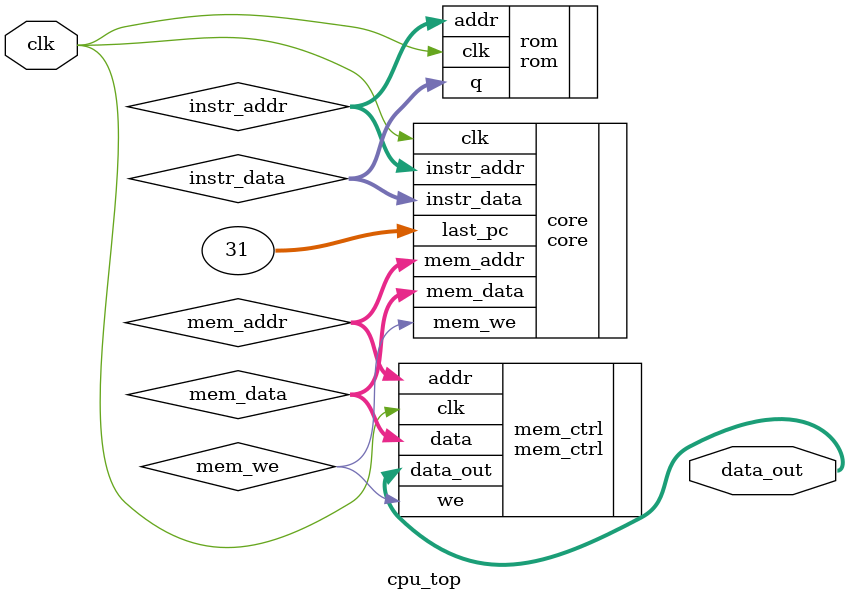
<source format=v>
module cpu_top(
    input clk,

    output [15:0]data_out
);

wire [31:0]instr_addr;
wire [31:0]instr_data;
rom rom(.clk(clk), .addr(instr_addr), .q(instr_data));

wire [31:0]mem_addr;
wire [31:0]mem_data;
wire mem_we;
mem_ctrl mem_ctrl(
    .clk(clk), .addr(mem_addr), .data(mem_data),
    .we(mem_we), .data_out(data_out)
);

core core(
    .clk(clk),
    .instr_data(instr_data), .last_pc(31),
    .instr_addr(instr_addr),
    .mem_addr(mem_addr), .mem_data(mem_data),
    .mem_we(mem_we)
);

endmodule

</source>
